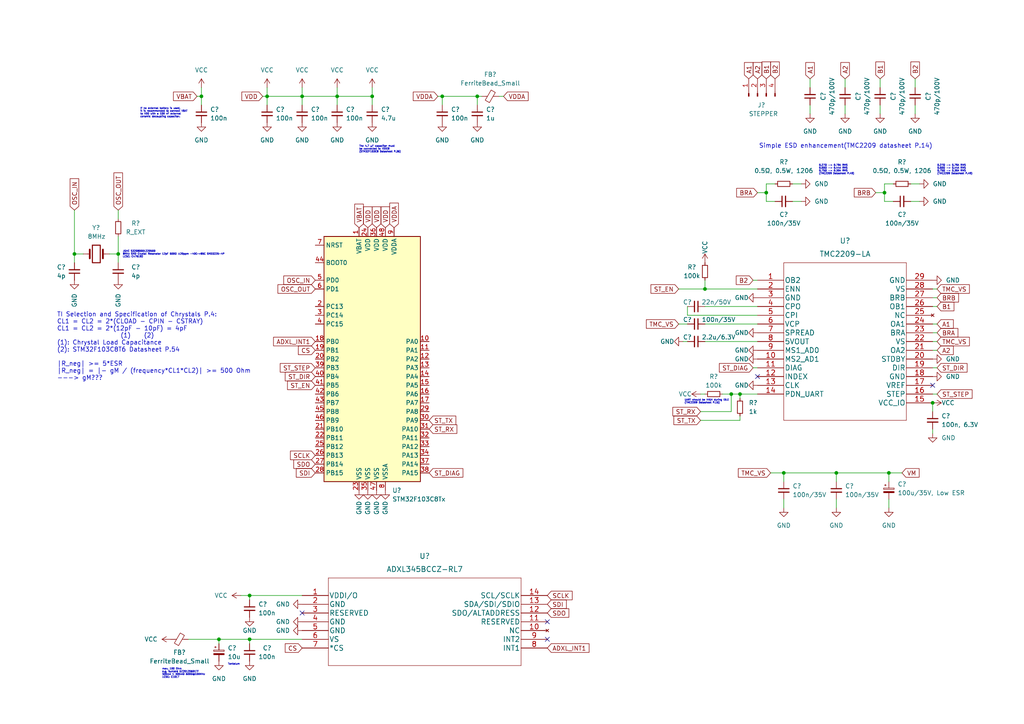
<source format=kicad_sch>
(kicad_sch (version 20211123) (generator eeschema)
  (paper "A4")
  (lib_symbols
    (symbol "ADXL345BCCZ-RL7:ADXL345BCCZ-RL7" (pin_names (offset 0.254))
      (property "Reference" "U" (at 35.56 10.16 0))
      (property "Value" "ADXL345BCCZ-RL7" (at 35.56 7.62 0))
      (symbol "ADXL345BCCZ-RL7_1_1"
        (polyline (pts (xy 7.62 -20.32) (xy 63.5 -20.32)) (stroke (width 0.127)))
        (polyline (pts (xy 7.62 5.08) (xy 7.62 -20.32)) (stroke (width 0.127)))
        (polyline (pts (xy 63.5 -20.32) (xy 63.5 5.08)) (stroke (width 0.127)))
        (polyline (pts (xy 63.5 5.08) (xy 7.62 5.08)) (stroke (width 0.127)))
        (pin power_in line (at 0 0 0) (length 7.62) (name "VDDI/O") (number "1"))
        (pin no_connect line (at 71.12 -10.16 180) (length 7.62) (name "NC") (number "10"))
        (pin unspecified line (at 71.12 -7.62 180) (length 7.62) (name "RESERVED") (number "11"))
        (pin unspecified line (at 71.12 -5.08 180) (length 7.62) (name "SDO/ALTADDRESS") (number "12"))
        (pin unspecified line (at 71.12 -2.54 180) (length 7.62) (name "SDA/SDI/SDIO") (number "13"))
        (pin unspecified line (at 71.12 0 180) (length 7.62) (name "SCL/SCLK") (number "14"))
        (pin power_in line (at 0 -2.54 0) (length 7.62) (name "GND") (number "2"))
        (pin unspecified line (at 0 -5.08 0) (length 7.62) (name "RESERVED") (number "3"))
        (pin power_in line (at 0 -7.62 0) (length 7.62) (name "GND") (number "4"))
        (pin power_in line (at 0 -10.16 0) (length 7.62) (name "GND") (number "5"))
        (pin unspecified line (at 0 -12.7 0) (length 7.62) (name "VS") (number "6"))
        (pin unspecified line (at 0 -15.24 0) (length 7.62) (name "*CS") (number "7"))
        (pin bidirectional line (at 71.12 -15.24 180) (length 7.62) (name "INT1") (number "8"))
        (pin bidirectional line (at 71.12 -12.7 180) (length 7.62) (name "INT2") (number "9"))
      )
    )
    (symbol "Connector:Conn_01x04_Male" (pin_names (offset 1.016) hide)
      (property "Reference" "J" (at 0 5.08 0))
      (property "Value" "Conn_01x04_Male" (at 0 -7.62 0))
      (symbol "Conn_01x04_Male_1_1"
        (polyline (pts (xy 1.27 -5.08) (xy 0.8636 -5.08)) (stroke (width 0.1524)))
        (polyline (pts (xy 1.27 -2.54) (xy 0.8636 -2.54)) (stroke (width 0.1524)))
        (polyline (pts (xy 1.27 0) (xy 0.8636 0)) (stroke (width 0.1524)))
        (polyline (pts (xy 1.27 2.54) (xy 0.8636 2.54)) (stroke (width 0.1524)))
        (rectangle (start 0.8636 -4.953) (end 0 -5.207) (stroke (width 0.1524)) (fill (type outline)))
        (rectangle (start 0.8636 -2.413) (end 0 -2.667) (stroke (width 0.1524)) (fill (type outline)))
        (rectangle (start 0.8636 0.127) (end 0 -0.127) (stroke (width 0.1524)) (fill (type outline)))
        (rectangle (start 0.8636 2.667) (end 0 2.413) (stroke (width 0.1524)) (fill (type outline)))
        (pin passive line (at 5.08 2.54 180) (length 3.81) (name "Pin_1") (number "1"))
        (pin passive line (at 5.08 0 180) (length 3.81) (name "Pin_2") (number "2"))
        (pin passive line (at 5.08 -2.54 180) (length 3.81) (name "Pin_3") (number "3"))
        (pin passive line (at 5.08 -5.08 180) (length 3.81) (name "Pin_4") (number "4"))
      )
    )
    (symbol "Device:C_Polarized_Small" (pin_numbers hide) (pin_names (offset 0.254) hide)
      (property "Reference" "C" (at 0.254 1.778 0))
      (property "Value" "C_Polarized_Small" (at 0.254 -2.032 0))
      (symbol "C_Polarized_Small_0_1"
        (rectangle (start -1.524 -0.3048) (end 1.524 -0.6858) (fill (type outline)))
        (rectangle (start -1.524 0.6858) (end 1.524 0.3048))
        (polyline (pts (xy -1.27 1.524) (xy -0.762 1.524)))
        (polyline (pts (xy -1.016 1.27) (xy -1.016 1.778)))
      )
      (symbol "C_Polarized_Small_1_1"
        (pin passive line (at 0 2.54 270) (length 1.8542) (name "~") (number "1"))
        (pin passive line (at 0 -2.54 90) (length 1.8542) (name "~") (number "2"))
      )
    )
    (symbol "Device:C_Small" (pin_numbers hide) (pin_names (offset 0.254) hide)
      (property "Reference" "C" (at 0.254 1.778 0))
      (property "Value" "C_Small" (at 0.254 -2.032 0))
      (symbol "C_Small_0_1"
        (polyline (pts (xy -1.524 -0.508) (xy 1.524 -0.508)) (stroke (width 0.3302)))
        (polyline (pts (xy -1.524 0.508) (xy 1.524 0.508)) (stroke (width 0.3048)))
      )
      (symbol "C_Small_1_1"
        (pin passive line (at 0 2.54 270) (length 2.032) (name "~") (number "1"))
        (pin passive line (at 0 -2.54 90) (length 2.032) (name "~") (number "2"))
      )
    )
    (symbol "Device:Crystal" (pin_numbers hide) (pin_names (offset 1.016) hide)
      (property "Reference" "Y" (at 0 3.81 0))
      (property "Value" "Crystal" (at 0 -3.81 0))
      (symbol "Crystal_0_1"
        (rectangle (start -1.143 2.54) (end 1.143 -2.54) (stroke (width 0.3048)))
        (polyline (pts (xy -2.54 0) (xy -1.905 0)))
        (polyline (pts (xy -1.905 -1.27) (xy -1.905 1.27)) (stroke (width 0.508)))
        (polyline (pts (xy 1.905 -1.27) (xy 1.905 1.27)) (stroke (width 0.508)))
        (polyline (pts (xy 2.54 0) (xy 1.905 0)))
      )
      (symbol "Crystal_1_1"
        (pin passive line (at -3.81 0 0) (length 1.27) (name "1") (number "1"))
        (pin passive line (at 3.81 0 180) (length 1.27) (name "2") (number "2"))
      )
    )
    (symbol "Device:FerriteBead_Small" (pin_numbers hide) (pin_names (offset 0))
      (property "Reference" "FB" (at 1.905 1.27 0))
      (property "Value" "FerriteBead_Small" (at 1.905 -1.27 0))
      (symbol "FerriteBead_Small_0_1"
        (polyline (pts (xy 0 -1.27) (xy 0 -0.7874)))
        (polyline (pts (xy 0 0.889) (xy 0 1.2954)))
        (polyline (pts (xy -1.8288 0.2794) (xy -1.1176 1.4986) (xy 1.8288 -0.2032) (xy 1.1176 -1.4224) (xy -1.8288 0.2794)))
      )
      (symbol "FerriteBead_Small_1_1"
        (pin passive line (at 0 2.54 270) (length 1.27) (name "~") (number "1"))
        (pin passive line (at 0 -2.54 90) (length 1.27) (name "~") (number "2"))
      )
    )
    (symbol "Device:R_Small" (pin_numbers hide) (pin_names (offset 0.254) hide)
      (property "Reference" "R" (at 0.762 0.508 0))
      (property "Value" "R_Small" (at 0.762 -1.016 0))
      (symbol "R_Small_0_1"
        (rectangle (start -0.762 1.778) (end 0.762 -1.778) (stroke (width 0.2032)))
      )
      (symbol "R_Small_1_1"
        (pin passive line (at 0 2.54 270) (length 0.762) (name "~") (number "1"))
        (pin passive line (at 0 -2.54 90) (length 0.762) (name "~") (number "2"))
      )
    )
    (symbol "MCU_ST_STM32F1:STM32F103C8Tx"
      (property "Reference" "U" (at -15.24 36.83 0))
      (property "Value" "STM32F103C8Tx" (at 7.62 36.83 0))
      (symbol "STM32F103C8Tx_0_1"
        (rectangle (start -15.24 -35.56) (end 12.7 35.56) (stroke (width 0.254)) (fill (type background)))
      )
      (symbol "STM32F103C8Tx_1_1"
        (pin power_in line (at -5.08 38.1 270) (length 2.54) (name "VBAT") (number "1"))
        (pin bidirectional line (at 15.24 5.08 180) (length 2.54) (name "PA0") (number "10"))
        (pin bidirectional line (at 15.24 2.54 180) (length 2.54) (name "PA1") (number "11"))
        (pin bidirectional line (at 15.24 0 180) (length 2.54) (name "PA2") (number "12"))
        (pin bidirectional line (at 15.24 -2.54 180) (length 2.54) (name "PA3") (number "13"))
        (pin bidirectional line (at 15.24 -5.08 180) (length 2.54) (name "PA4") (number "14"))
        (pin bidirectional line (at 15.24 -7.62 180) (length 2.54) (name "PA5") (number "15"))
        (pin bidirectional line (at 15.24 -10.16 180) (length 2.54) (name "PA6") (number "16"))
        (pin bidirectional line (at 15.24 -12.7 180) (length 2.54) (name "PA7") (number "17"))
        (pin bidirectional line (at -17.78 5.08 0) (length 2.54) (name "PB0") (number "18"))
        (pin bidirectional line (at -17.78 2.54 0) (length 2.54) (name "PB1") (number "19"))
        (pin bidirectional line (at -17.78 15.24 0) (length 2.54) (name "PC13") (number "2"))
        (pin bidirectional line (at -17.78 0 0) (length 2.54) (name "PB2") (number "20"))
        (pin bidirectional line (at -17.78 -20.32 0) (length 2.54) (name "PB10") (number "21"))
        (pin bidirectional line (at -17.78 -22.86 0) (length 2.54) (name "PB11") (number "22"))
        (pin power_in line (at -5.08 -38.1 90) (length 2.54) (name "VSS") (number "23"))
        (pin power_in line (at -2.54 38.1 270) (length 2.54) (name "VDD") (number "24"))
        (pin bidirectional line (at -17.78 -25.4 0) (length 2.54) (name "PB12") (number "25"))
        (pin bidirectional line (at -17.78 -27.94 0) (length 2.54) (name "PB13") (number "26"))
        (pin bidirectional line (at -17.78 -30.48 0) (length 2.54) (name "PB14") (number "27"))
        (pin bidirectional line (at -17.78 -33.02 0) (length 2.54) (name "PB15") (number "28"))
        (pin bidirectional line (at 15.24 -15.24 180) (length 2.54) (name "PA8") (number "29"))
        (pin bidirectional line (at -17.78 12.7 0) (length 2.54) (name "PC14") (number "3"))
        (pin bidirectional line (at 15.24 -17.78 180) (length 2.54) (name "PA9") (number "30"))
        (pin bidirectional line (at 15.24 -20.32 180) (length 2.54) (name "PA10") (number "31"))
        (pin bidirectional line (at 15.24 -22.86 180) (length 2.54) (name "PA11") (number "32"))
        (pin bidirectional line (at 15.24 -25.4 180) (length 2.54) (name "PA12") (number "33"))
        (pin bidirectional line (at 15.24 -27.94 180) (length 2.54) (name "PA13") (number "34"))
        (pin power_in line (at -2.54 -38.1 90) (length 2.54) (name "VSS") (number "35"))
        (pin power_in line (at 0 38.1 270) (length 2.54) (name "VDD") (number "36"))
        (pin bidirectional line (at 15.24 -30.48 180) (length 2.54) (name "PA14") (number "37"))
        (pin bidirectional line (at 15.24 -33.02 180) (length 2.54) (name "PA15") (number "38"))
        (pin bidirectional line (at -17.78 -2.54 0) (length 2.54) (name "PB3") (number "39"))
        (pin bidirectional line (at -17.78 10.16 0) (length 2.54) (name "PC15") (number "4"))
        (pin bidirectional line (at -17.78 -5.08 0) (length 2.54) (name "PB4") (number "40"))
        (pin bidirectional line (at -17.78 -7.62 0) (length 2.54) (name "PB5") (number "41"))
        (pin bidirectional line (at -17.78 -10.16 0) (length 2.54) (name "PB6") (number "42"))
        (pin bidirectional line (at -17.78 -12.7 0) (length 2.54) (name "PB7") (number "43"))
        (pin input line (at -17.78 27.94 0) (length 2.54) (name "BOOT0") (number "44"))
        (pin bidirectional line (at -17.78 -15.24 0) (length 2.54) (name "PB8") (number "45"))
        (pin bidirectional line (at -17.78 -17.78 0) (length 2.54) (name "PB9") (number "46"))
        (pin power_in line (at 0 -38.1 90) (length 2.54) (name "VSS") (number "47"))
        (pin power_in line (at 2.54 38.1 270) (length 2.54) (name "VDD") (number "48"))
        (pin input line (at -17.78 22.86 0) (length 2.54) (name "PD0") (number "5"))
        (pin input line (at -17.78 20.32 0) (length 2.54) (name "PD1") (number "6"))
        (pin input line (at -17.78 33.02 0) (length 2.54) (name "NRST") (number "7"))
        (pin power_in line (at 2.54 -38.1 90) (length 2.54) (name "VSSA") (number "8"))
        (pin power_in line (at 5.08 38.1 270) (length 2.54) (name "VDDA") (number "9"))
      )
    )
    (symbol "TMC2209-LA:TMC2209-LA" (pin_names (offset 0.254))
      (property "Reference" "U" (at 25.4 10.16 0))
      (property "Value" "TMC2209-LA" (at 25.4 7.62 0))
      (symbol "TMC2209-LA_1_1"
        (polyline (pts (xy 7.62 -40.64) (xy 43.18 -40.64)) (stroke (width 0.127)))
        (polyline (pts (xy 7.62 5.08) (xy 7.62 -40.64)) (stroke (width 0.127)))
        (polyline (pts (xy 43.18 -40.64) (xy 43.18 5.08)) (stroke (width 0.127)))
        (polyline (pts (xy 43.18 5.08) (xy 7.62 5.08)) (stroke (width 0.127)))
        (pin output line (at 0 0 0) (length 7.62) (name "OB2") (number "1"))
        (pin input line (at 0 -22.86 0) (length 7.62) (name "MS2_AD1") (number "10"))
        (pin output line (at 0 -25.4 0) (length 7.62) (name "DIAG") (number "11"))
        (pin output line (at 0 -27.94 0) (length 7.62) (name "INDEX") (number "12"))
        (pin input line (at 0 -30.48 0) (length 7.62) (name "CLK") (number "13"))
        (pin bidirectional line (at 0 -33.02 0) (length 7.62) (name "PDN_UART") (number "14"))
        (pin power_in line (at 50.8 -35.56 180) (length 7.62) (name "VCC_IO") (number "15"))
        (pin input line (at 50.8 -33.02 180) (length 7.62) (name "STEP") (number "16"))
        (pin unspecified line (at 50.8 -30.48 180) (length 7.62) (name "VREF") (number "17"))
        (pin input line (at 50.8 -27.94 180) (length 7.62) (name "GND") (number "18"))
        (pin input line (at 50.8 -25.4 180) (length 7.62) (name "DIR") (number "19"))
        (pin input line (at 0 -2.54 0) (length 7.62) (name "ENN") (number "2"))
        (pin power_in line (at 50.8 -22.86 180) (length 7.62) (name "STDBY") (number "20"))
        (pin output line (at 50.8 -20.32 180) (length 7.62) (name "OA2") (number "21"))
        (pin power_in line (at 50.8 -17.78 180) (length 7.62) (name "VS") (number "22"))
        (pin unspecified line (at 50.8 -15.24 180) (length 7.62) (name "BRA") (number "23"))
        (pin output line (at 50.8 -12.7 180) (length 7.62) (name "OA1") (number "24"))
        (pin no_connect line (at 50.8 -10.16 180) (length 7.62) (name "NC") (number "25"))
        (pin output line (at 50.8 -7.62 180) (length 7.62) (name "OB1") (number "26"))
        (pin unspecified line (at 50.8 -5.08 180) (length 7.62) (name "BRB") (number "27"))
        (pin power_in line (at 50.8 -2.54 180) (length 7.62) (name "VS") (number "28"))
        (pin power_in line (at 50.8 0 180) (length 7.62) (name "GND") (number "29"))
        (pin power_in line (at 0 -5.08 0) (length 7.62) (name "GND") (number "3"))
        (pin output line (at 0 -7.62 0) (length 7.62) (name "CPO") (number "4"))
        (pin input line (at 0 -10.16 0) (length 7.62) (name "CPI") (number "5"))
        (pin power_in line (at 0 -12.7 0) (length 7.62) (name "VCP") (number "6"))
        (pin input line (at 0 -15.24 0) (length 7.62) (name "SPREAD") (number "7"))
        (pin output line (at 0 -17.78 0) (length 7.62) (name "5VOUT") (number "8"))
        (pin input line (at 0 -20.32 0) (length 7.62) (name "MS1_AD0") (number "9"))
      )
    )
    (symbol "power:GND" (power) (pin_names (offset 0))
      (property "Value" "GND" (at 0 -3.81 0))
      (symbol "GND_0_1"
        (polyline (pts (xy 0 0) (xy 0 -1.27) (xy 1.27 -1.27) (xy 0 -2.54) (xy -1.27 -1.27) (xy 0 -1.27)))
      )
      (symbol "GND_1_1"
        (pin power_in line (at 0 0 270) (length 0) hide (name "GND") (number "1"))
      )
    )
    (symbol "power:VCC" (power) (pin_names (offset 0))
      (property "Value" "VCC" (at 0 3.81 0))
      (symbol "VCC_0_1"
        (polyline (pts (xy -0.762 1.27) (xy 0 2.54)))
        (polyline (pts (xy 0 0) (xy 0 2.54)))
        (polyline (pts (xy 0 2.54) (xy 0.762 1.27)))
      )
      (symbol "VCC_1_1"
        (pin power_in line (at 0 0 90) (length 0) hide (name "VCC") (number "1"))
      )
    )
  )
  (junction (at 63.5 185.42))
  (junction (at 222.25 55.88))
  (junction (at 58.42 27.94))
  (junction (at 77.47 27.94))
  (junction (at 138.43 27.94))
  (junction (at 257.81 137.16))
  (junction (at 242.57 137.16))
  (junction (at 72.39 172.72))
  (junction (at 128.27 27.94))
  (junction (at 107.95 27.94))
  (junction (at 270.51 116.84))
  (junction (at 21.59 73.66))
  (junction (at 204.47 83.82))
  (junction (at 87.63 27.94))
  (junction (at 214.63 114.3))
  (junction (at 72.39 185.42))
  (junction (at 212.09 114.3))
  (junction (at 34.29 73.66))
  (junction (at 256.54 55.88))
  (junction (at 97.79 27.94))
  (junction (at 227.33 137.16))
  (no_connect (at 87.63 177.8))
  (no_connect (at 158.75 180.34))
  (no_connect (at 158.75 185.42))
  (no_connect (at 219.71 109.22))
  (no_connect (at 270.51 111.76))
  (wire (pts (xy 242.57 139.7) (xy 242.57 137.16)))
  (wire (pts (xy 203.2 121.92) (xy 214.63 121.92)))
  (wire (pts (xy 222.25 53.34) (xy 224.79 53.34)))
  (wire (pts (xy 77.47 25.4) (xy 77.47 27.94)))
  (wire (pts (xy 199.39 88.9) (xy 199.39 91.44)))
  (wire (pts (xy 214.63 121.92) (xy 214.63 120.65)))
  (wire (pts (xy 72.39 185.42) (xy 87.63 185.42)))
  (wire (pts (xy 223.52 137.16) (xy 227.33 137.16)))
  (wire (pts (xy 214.63 114.3) (xy 214.63 115.57)))
  (wire (pts (xy 265.43 22.86) (xy 265.43 25.4)))
  (wire (pts (xy 107.95 27.94) (xy 107.95 30.48)))
  (wire (pts (xy 222.25 55.88) (xy 222.25 53.34)))
  (wire (pts (xy 256.54 58.42) (xy 259.08 58.42)))
  (wire (pts (xy 203.2 114.3) (xy 204.47 114.3)))
  (wire (pts (xy 196.85 93.98) (xy 199.39 93.98)))
  (wire (pts (xy 255.27 22.86) (xy 255.27 25.4)))
  (wire (pts (xy 255.27 30.48) (xy 255.27 33.02)))
  (wire (pts (xy 271.78 99.06) (xy 270.51 99.06)))
  (wire (pts (xy 257.81 137.16) (xy 242.57 137.16)))
  (wire (pts (xy 21.59 73.66) (xy 24.13 73.66)))
  (wire (pts (xy 87.63 27.94) (xy 87.63 30.48)))
  (wire (pts (xy 97.79 27.94) (xy 97.79 30.48)))
  (wire (pts (xy 57.15 27.94) (xy 58.42 27.94)))
  (wire (pts (xy 199.39 91.44) (xy 219.71 91.44)))
  (wire (pts (xy 245.11 30.48) (xy 245.11 33.02)))
  (wire (pts (xy 87.63 25.4) (xy 87.63 27.94)))
  (wire (pts (xy 204.47 88.9) (xy 219.71 88.9)))
  (wire (pts (xy 218.44 81.28) (xy 219.71 81.28)))
  (wire (pts (xy 270.51 116.84) (xy 270.51 119.38)))
  (wire (pts (xy 69.85 172.72) (xy 72.39 172.72)))
  (wire (pts (xy 257.81 144.78) (xy 257.81 147.32)))
  (wire (pts (xy 264.16 53.34) (xy 266.7 53.34)))
  (wire (pts (xy 271.78 86.36) (xy 270.51 86.36)))
  (wire (pts (xy 128.27 30.48) (xy 128.27 27.94)))
  (wire (pts (xy 271.78 96.52) (xy 270.51 96.52)))
  (wire (pts (xy 204.47 99.06) (xy 219.71 99.06)))
  (wire (pts (xy 107.95 25.4) (xy 107.95 27.94)))
  (wire (pts (xy 271.78 93.98) (xy 270.51 93.98)))
  (wire (pts (xy 97.79 27.94) (xy 107.95 27.94)))
  (wire (pts (xy 77.47 27.94) (xy 77.47 30.48)))
  (wire (pts (xy 229.87 58.42) (xy 232.41 58.42)))
  (wire (pts (xy 271.78 114.3) (xy 270.51 114.3)))
  (wire (pts (xy 63.5 185.42) (xy 72.39 185.42)))
  (wire (pts (xy 21.59 73.66) (xy 21.59 60.96)))
  (wire (pts (xy 21.59 76.2) (xy 21.59 73.66)))
  (wire (pts (xy 245.11 22.86) (xy 245.11 25.4)))
  (wire (pts (xy 72.39 172.72) (xy 87.63 172.72)))
  (wire (pts (xy 242.57 144.78) (xy 242.57 147.32)))
  (wire (pts (xy 204.47 93.98) (xy 219.71 93.98)))
  (wire (pts (xy 72.39 185.42) (xy 72.39 186.69)))
  (wire (pts (xy 34.29 73.66) (xy 31.75 73.66)))
  (wire (pts (xy 227.33 137.16) (xy 227.33 139.7)))
  (wire (pts (xy 138.43 27.94) (xy 139.7 27.94)))
  (wire (pts (xy 254 55.88) (xy 256.54 55.88)))
  (wire (pts (xy 58.42 27.94) (xy 58.42 30.48)))
  (wire (pts (xy 196.85 83.82) (xy 204.47 83.82)))
  (wire (pts (xy 271.78 88.9) (xy 270.51 88.9)))
  (wire (pts (xy 271.78 106.68) (xy 270.51 106.68)))
  (wire (pts (xy 229.87 53.34) (xy 232.41 53.34)))
  (wire (pts (xy 256.54 55.88) (xy 256.54 53.34)))
  (wire (pts (xy 219.71 55.88) (xy 222.25 55.88)))
  (wire (pts (xy 257.81 137.16) (xy 261.62 137.16)))
  (wire (pts (xy 234.95 30.48) (xy 234.95 33.02)))
  (wire (pts (xy 54.61 185.42) (xy 63.5 185.42)))
  (wire (pts (xy 265.43 30.48) (xy 265.43 33.02)))
  (wire (pts (xy 227.33 144.78) (xy 227.33 147.32)))
  (wire (pts (xy 222.25 55.88) (xy 222.25 58.42)))
  (wire (pts (xy 144.78 27.94) (xy 146.05 27.94)))
  (wire (pts (xy 271.78 101.6) (xy 270.51 101.6)))
  (wire (pts (xy 58.42 25.4) (xy 58.42 27.94)))
  (wire (pts (xy 204.47 81.28) (xy 204.47 83.82)))
  (wire (pts (xy 203.2 119.38) (xy 212.09 119.38)))
  (wire (pts (xy 242.57 137.16) (xy 227.33 137.16)))
  (wire (pts (xy 257.81 139.7) (xy 257.81 137.16)))
  (wire (pts (xy 212.09 119.38) (xy 212.09 114.3)))
  (wire (pts (xy 34.29 63.5) (xy 34.29 60.96)))
  (wire (pts (xy 256.54 55.88) (xy 256.54 58.42)))
  (wire (pts (xy 270.51 124.46) (xy 270.51 125.73)))
  (wire (pts (xy 222.25 58.42) (xy 224.79 58.42)))
  (wire (pts (xy 87.63 27.94) (xy 97.79 27.94)))
  (wire (pts (xy 264.16 58.42) (xy 266.7 58.42)))
  (wire (pts (xy 128.27 27.94) (xy 138.43 27.94)))
  (wire (pts (xy 76.2 27.94) (xy 77.47 27.94)))
  (wire (pts (xy 63.5 186.69) (xy 63.5 185.42)))
  (wire (pts (xy 34.29 76.2) (xy 34.29 73.66)))
  (wire (pts (xy 97.79 25.4) (xy 97.79 27.94)))
  (wire (pts (xy 72.39 172.72) (xy 72.39 173.99)))
  (wire (pts (xy 127 27.94) (xy 128.27 27.94)))
  (wire (pts (xy 34.29 73.66) (xy 34.29 68.58)))
  (wire (pts (xy 138.43 27.94) (xy 138.43 30.48)))
  (wire (pts (xy 214.63 114.3) (xy 219.71 114.3)))
  (wire (pts (xy 204.47 83.82) (xy 219.71 83.82)))
  (wire (pts (xy 212.09 114.3) (xy 214.63 114.3)))
  (wire (pts (xy 256.54 53.34) (xy 259.08 53.34)))
  (wire (pts (xy 209.55 114.3) (xy 212.09 114.3)))
  (wire (pts (xy 234.95 22.86) (xy 234.95 25.4)))
  (wire (pts (xy 270.51 83.82) (xy 271.78 83.82)))
  (wire (pts (xy 77.47 27.94) (xy 87.63 27.94)))
  (wire (pts (xy 218.44 106.68) (xy 219.71 106.68)))
  (wire (pts (xy 198.12 99.06) (xy 199.39 99.06)))
  (text "UART should be HIGH during IDLE \n(TMC2209 Datasheet P.16)" (at 198.4964 117.2625 0) (effects (font (size 0.5 0.5)) (justify left bottom)))
  (text "0.27Ω -> 0.79A RMS\n0.50Ω -> 0.44A RMS \n0.75Ω -> 0.30A RMS\n(TMC2209 Datasheet P.49)" (at 237.49 50.8 0) (effects (font (size 0.5 0.5)) (justify left bottom)))
  (text "If no external battery is used, \nit is recommended to connect VBAT \nto VDD with a 100 nF external \nceramic decoupling capacitor." (at 40.64 34.29 0) (effects (font (size 0.5 0.5)) (justify left bottom)))
  (text "The 4.7 µF capacitor must\nbe connected to VDD3!\n(STM32F103C8 Datasheet P.36)" (at 104.14 44.45 0) (effects (font (size 0.5 0.5)) (justify left bottom)))
  (text "Tantalum" (at 66.04 193.04 0) (effects (font (size 0.5 0.5)) (justify left bottom)))
  (text "max. 100 Ohm\ne.g. Sunlord GZ2012D601TF\n500mA 1 300mΩ 600Ω@100MHz\nLCSC: C1017" (at 46.99 196.85 0) (effects (font (size 0.5 0.5)) (justify left bottom)))
  (text "TI Selection and Specification of Chrystals P.4:\nCL1 = CL2 = 2*(CLOAD - CPIN - CSTRAY)\nCL1 = CL2 = 2*(12pF - 10pF) = 4pF\n                   (1)    (2)\n(1): Chrystal Load Capacitance\n(2): STM32F103C8T6 Datasheet P.54\n\n|R_neg| >= 5*ESR\n|R_neg| = |- gM / (frequency*CL1*CL2)| >= 500 Ohm\n---> gM???\n" (at 16.51 110.49 0) (effects (font (size 1.27 1.27)) (justify left bottom)))
  (text "0.27Ω -> 0.79A RMS\n0.50Ω -> 0.44A RMS \n0.75Ω -> 0.30A RMS\n(TMC2209 Datasheet P.49)" (at 271.78 50.8 0) (effects (font (size 0.5 0.5)) (justify left bottom)))
  (text "JGHC S32080001220500\n8MHz SMD Crystal Resonator 12pF 500Ω ±20ppm -40C~+85C SMD3225-4P\nLCSC: C479192" (at 35.56 74.93 0) (effects (font (size 0.5 0.5)) (justify left bottom)))
  (text "Simple ESD enhancement(TMC2209 datasheet P.14)" (at 270.51 43.18 180) (effects (font (size 1.27 1.27)) (justify right bottom)))
  (global_label "ST_EN" (shape input) (at 196.85 83.82 180) (property "Intersheet References" "${INTERSHEET_REFS}" (effects hide)))
  (global_label "VBAT" (shape input) (at 104.14 66.04 90) (property "Intersheet References" "${INTERSHEET_REFS}" (effects hide)))
  (global_label "VDD" (shape input) (at 111.76 66.04 90) (property "Intersheet References" "${INTERSHEET_REFS}" (effects hide)))
  (global_label "B2" (shape input) (at 224.79 22.86 90) (property "Intersheet References" "${INTERSHEET_REFS}" (effects hide)))
  (global_label "VDD" (shape input) (at 106.68 66.04 90) (property "Intersheet References" "${INTERSHEET_REFS}" (effects hide)))
  (global_label "ST_RX" (shape input) (at 203.2 119.38 180) (property "Intersheet References" "${INTERSHEET_REFS}" (effects hide)))
  (global_label "ST_TX" (shape input) (at 124.46 121.92 0) (property "Intersheet References" "${INTERSHEET_REFS}" (effects hide)))
  (global_label "OSC_IN" (shape input) (at 91.44 81.28 180) (property "Intersheet References" "${INTERSHEET_REFS}" (effects hide)))
  (global_label "A1" (shape input) (at 271.78 93.98 0) (property "Intersheet References" "${INTERSHEET_REFS}" (effects hide)))
  (global_label "B2" (shape input) (at 218.44 81.28 180) (property "Intersheet References" "${INTERSHEET_REFS}" (effects hide)))
  (global_label "VDD" (shape input) (at 76.2 27.94 180) (property "Intersheet References" "${INTERSHEET_REFS}" (effects hide)))
  (global_label "VM" (shape input) (at 261.62 137.16 0) (property "Intersheet References" "${INTERSHEET_REFS}" (effects hide)))
  (global_label "ST_STEP" (shape input) (at 91.44 106.68 180) (property "Intersheet References" "${INTERSHEET_REFS}" (effects hide)))
  (global_label "B1" (shape input) (at 271.78 88.9 0) (property "Intersheet References" "${INTERSHEET_REFS}" (effects hide)))
  (global_label "VDD" (shape input) (at 109.22 66.04 90) (property "Intersheet References" "${INTERSHEET_REFS}" (effects hide)))
  (global_label "B2" (shape input) (at 265.43 22.86 90) (property "Intersheet References" "${INTERSHEET_REFS}" (effects hide)))
  (global_label "ST_TX" (shape input) (at 203.2 121.92 180) (property "Intersheet References" "${INTERSHEET_REFS}" (effects hide)))
  (global_label "SDI" (shape input) (at 158.75 175.26 0) (property "Intersheet References" "${INTERSHEET_REFS}" (effects hide)))
  (global_label "ADXL_INT1" (shape input) (at 91.44 99.06 180) (property "Intersheet References" "${INTERSHEET_REFS}" (effects hide)))
  (global_label "CS" (shape input) (at 87.63 187.96 180) (property "Intersheet References" "${INTERSHEET_REFS}" (effects hide)))
  (global_label "SDO" (shape input) (at 158.75 177.8 0) (property "Intersheet References" "${INTERSHEET_REFS}" (effects hide)))
  (global_label "ST_DIAG" (shape input) (at 124.46 137.16 0) (property "Intersheet References" "${INTERSHEET_REFS}" (effects hide)))
  (global_label "BRB" (shape input) (at 271.78 86.36 0) (property "Intersheet References" "${INTERSHEET_REFS}" (effects hide)))
  (global_label "SDO" (shape input) (at 91.44 134.62 180) (property "Intersheet References" "${INTERSHEET_REFS}" (effects hide)))
  (global_label "ST_RX" (shape input) (at 124.46 124.46 0) (property "Intersheet References" "${INTERSHEET_REFS}" (effects hide)))
  (global_label "TMC_VS" (shape input) (at 271.78 99.06 0) (property "Intersheet References" "${INTERSHEET_REFS}" (effects hide)))
  (global_label "B1" (shape input) (at 222.25 22.86 90) (property "Intersheet References" "${INTERSHEET_REFS}" (effects hide)))
  (global_label "A1" (shape input) (at 217.17 22.86 90) (property "Intersheet References" "${INTERSHEET_REFS}" (effects hide)))
  (global_label "ST_DIAG" (shape input) (at 218.44 106.68 180) (property "Intersheet References" "${INTERSHEET_REFS}" (effects hide)))
  (global_label "VDDA" (shape input) (at 127 27.94 180) (property "Intersheet References" "${INTERSHEET_REFS}" (effects hide)))
  (global_label "TMC_VS" (shape input) (at 271.78 83.82 0) (property "Intersheet References" "${INTERSHEET_REFS}" (effects hide)))
  (global_label "CS" (shape input) (at 91.44 101.6 180) (property "Intersheet References" "${INTERSHEET_REFS}" (effects hide)))
  (global_label "OSC_OUT" (shape input) (at 91.44 83.82 180) (property "Intersheet References" "${INTERSHEET_REFS}" (effects hide)))
  (global_label "ADXL_INT1" (shape input) (at 158.75 187.96 0) (property "Intersheet References" "${INTERSHEET_REFS}" (effects hide)))
  (global_label "ST_DIR" (shape input) (at 271.78 106.68 0) (property "Intersheet References" "${INTERSHEET_REFS}" (effects hide)))
  (global_label "A2" (shape input) (at 245.11 22.86 90) (property "Intersheet References" "${INTERSHEET_REFS}" (effects hide)))
  (global_label "VDDA" (shape input) (at 146.05 27.94 0) (property "Intersheet References" "${INTERSHEET_REFS}" (effects hide)))
  (global_label "SDI" (shape input) (at 91.44 137.16 180) (property "Intersheet References" "${INTERSHEET_REFS}" (effects hide)))
  (global_label "TMC_VS" (shape input) (at 223.52 137.16 180) (property "Intersheet References" "${INTERSHEET_REFS}" (effects hide)))
  (global_label "A2" (shape input) (at 271.78 101.6 0) (property "Intersheet References" "${INTERSHEET_REFS}" (effects hide)))
  (global_label "VDDA" (shape input) (at 114.3 66.04 90) (property "Intersheet References" "${INTERSHEET_REFS}" (effects hide)))
  (global_label "ST_DIR" (shape input) (at 91.44 109.22 180) (property "Intersheet References" "${INTERSHEET_REFS}" (effects hide)))
  (global_label "VBAT" (shape input) (at 57.15 27.94 180) (property "Intersheet References" "${INTERSHEET_REFS}" (effects hide)))
  (global_label "ST_EN" (shape input) (at 91.44 111.76 180) (property "Intersheet References" "${INTERSHEET_REFS}" (effects hide)))
  (global_label "SCLK" (shape input) (at 91.44 132.08 180) (property "Intersheet References" "${INTERSHEET_REFS}" (effects hide)))
  (global_label "B1" (shape input) (at 255.27 22.86 90) (property "Intersheet References" "${INTERSHEET_REFS}" (effects hide)))
  (global_label "OSC_IN" (shape input) (at 21.59 60.96 90) (property "Intersheet References" "${INTERSHEET_REFS}" (effects hide)))
  (global_label "BRA" (shape input) (at 271.78 96.52 0) (property "Intersheet References" "${INTERSHEET_REFS}" (effects hide)))
  (global_label "SCLK" (shape input) (at 158.75 172.72 0) (property "Intersheet References" "${INTERSHEET_REFS}" (effects hide)))
  (global_label "TMC_VS" (shape input) (at 196.85 93.98 180) (property "Intersheet References" "${INTERSHEET_REFS}" (effects hide)))
  (global_label "OSC_OUT" (shape input) (at 34.29 60.96 90) (property "Intersheet References" "${INTERSHEET_REFS}" (effects hide)))
  (global_label "A2" (shape input) (at 219.71 22.86 90) (property "Intersheet References" "${INTERSHEET_REFS}" (effects hide)))
  (global_label "BRA" (shape input) (at 219.71 55.88 180) (property "Intersheet References" "${INTERSHEET_REFS}" (effects hide)))
  (global_label "BRB" (shape input) (at 254 55.88 180) (property "Intersheet References" "${INTERSHEET_REFS}" (effects hide)))
  (global_label "ST_STEP" (shape input) (at 271.78 114.3 0) (property "Intersheet References" "${INTERSHEET_REFS}" (effects hide)))
  (global_label "A1" (shape input) (at 234.95 22.86 90) (property "Intersheet References" "${INTERSHEET_REFS}" (effects hide)))
  (symbol (lib_id "ADXL345BCCZ-RL7:ADXL345BCCZ-RL7") (at 87.63 172.72 0) (unit 1)
    (property "Reference" "U?" (at 123.19 161.29 0) (effects (font (size 1.524 1.524))))
    (property "Value" "ADXL345BCCZ-RL7" (at 123.19 165.1 0) (effects (font (size 1.524 1.524))))
    (property "Footprint" "LGA_CC-14-1_ADI" (effects hide))
  )
  (symbol (lib_id "power:GND") (at 128.27 35.56 0) (unit 1)
    (property "Reference" "#PWR?" (effects hide))
    (property "Value" "GND" (at 128.27 40.64 0))
  )
  (symbol (lib_id "power:GND") (at 270.51 104.14 90) (unit 1)
    (property "Reference" "#PWR?" (effects hide))
    (property "Value" "GND" (at 274.32 104.1399 90) (effects (justify right)))
  )
  (symbol (lib_id "Device:C_Small") (at 270.51 121.92 0) (unit 1)
    (property "Reference" "C?" (at 273.05 120.6562 0) (effects (justify left)))
    (property "Value" "100n, 6.3V" (at 273.05 123.1962 0) (effects (justify left)))
  )
  (symbol (lib_id "Device:R_Small") (at 214.63 118.11 180) (unit 1)
    (property "Reference" "R?" (at 217.17 116.8399 0) (effects (justify right)))
    (property "Value" "1k" (at 217.17 119.3799 0) (effects (justify right)))
  )
  (symbol (lib_id "power:GND") (at 219.71 104.14 270) (unit 1)
    (property "Reference" "#PWR?" (effects hide))
    (property "Value" "GND" (at 217.17 104.14 90) (effects (justify right)))
  )
  (symbol (lib_id "Device:C_Small") (at 201.93 93.98 270) (unit 1)
    (property "Reference" "C?" (at 200.66 92.71 90) (effects (justify right)))
    (property "Value" "100n/35V" (at 213.36 92.71 90) (effects (justify right)))
  )
  (symbol (lib_id "power:GND") (at 107.95 35.56 0) (unit 1)
    (property "Reference" "#PWR?" (effects hide))
    (property "Value" "GND" (at 107.95 40.64 0))
  )
  (symbol (lib_id "power:GND") (at 219.71 111.76 270) (unit 1)
    (property "Reference" "#PWR?" (effects hide))
    (property "Value" "GND" (at 217.17 111.76 90) (effects (justify right)))
  )
  (symbol (lib_id "power:GND") (at 257.81 147.32 0) (unit 1)
    (property "Reference" "#PWR?" (effects hide))
    (property "Value" "GND" (at 257.81 152.4 0))
  )
  (symbol (lib_id "power:GND") (at 87.63 180.34 270) (unit 1)
    (property "Reference" "#PWR?" (effects hide))
    (property "Value" "GND" (at 80.01 180.34 90) (effects (justify left)))
  )
  (symbol (lib_id "Connector:Conn_01x04_Male") (at 219.71 27.94 90) (unit 1)
    (property "Reference" "J?" (at 219.71 30.48 90) (effects (justify right)))
    (property "Value" "STEPPER" (at 217.17 33.02 90) (effects (justify right)))
  )
  (symbol (lib_id "Device:C_Small") (at 72.39 189.23 0) (unit 1)
    (property "Reference" "C?" (at 76.2 187.96 0) (effects (justify left)))
    (property "Value" "100n" (at 74.93 190.5 0) (effects (justify left)))
  )
  (symbol (lib_id "Device:C_Small") (at 21.59 78.74 180) (unit 1)
    (property "Reference" "C?" (at 17.78 77.47 0))
    (property "Value" "4p" (at 17.78 80.01 0))
  )
  (symbol (lib_id "power:GND") (at 265.43 33.02 0) (unit 1)
    (property "Reference" "#PWR?" (effects hide))
    (property "Value" "GND" (at 265.43 38.1 0))
  )
  (symbol (lib_id "Device:C_Small") (at 107.95 33.02 0) (unit 1)
    (property "Reference" "C?" (at 110.49 31.7562 0) (effects (justify left)))
    (property "Value" "4.7u" (at 110.49 34.2962 0) (effects (justify left)))
  )
  (symbol (lib_id "power:GND") (at 87.63 35.56 0) (unit 1)
    (property "Reference" "#PWR?" (effects hide))
    (property "Value" "GND" (at 87.63 40.64 0))
  )
  (symbol (lib_id "power:GND") (at 109.22 142.24 0) (unit 1)
    (property "Reference" "#PWR?" (effects hide))
    (property "Value" "GND" (at 109.22 147.32 90))
  )
  (symbol (lib_id "Device:C_Small") (at 245.11 27.94 180) (unit 1)
    (property "Reference" "C?" (at 248.92 27.94 90))
    (property "Value" "470p/100V" (at 251.46 27.94 90))
  )
  (symbol (lib_id "Device:C_Small") (at 265.43 27.94 180) (unit 1)
    (property "Reference" "C?" (at 269.24 27.94 90))
    (property "Value" "470p/100V" (at 271.78 27.94 90))
  )
  (symbol (lib_id "Device:R_Small") (at 34.29 66.04 0) (unit 1)
    (property "Reference" "R?" (at 39.37 64.77 0))
    (property "Value" "R_EXT" (at 39.37 67.31 0))
  )
  (symbol (lib_id "power:GND") (at 72.39 191.77 0) (unit 1)
    (property "Reference" "#PWR?" (effects hide))
    (property "Value" "GND" (at 72.39 196.85 0))
  )
  (symbol (lib_id "Device:C_Small") (at 201.93 88.9 270) (unit 1)
    (property "Reference" "C?" (at 200.66 87.63 90) (effects (justify right)))
    (property "Value" "22n/50V" (at 212.09 87.63 90) (effects (justify right)))
  )
  (symbol (lib_id "Device:R_Small") (at 261.62 53.34 270) (unit 1)
    (property "Reference" "R?" (at 261.62 46.99 90))
    (property "Value" "0.5Ω, 0.5W, 1206" (at 261.62 49.53 90))
  )
  (symbol (lib_id "power:VCC") (at 204.47 76.2 0) (unit 1)
    (property "Reference" "#PWR?" (effects hide))
    (property "Value" "VCC" (at 204.47 73.66 90) (effects (justify left)))
  )
  (symbol (lib_id "Device:C_Small") (at 255.27 27.94 180) (unit 1)
    (property "Reference" "C?" (at 259.08 27.94 90))
    (property "Value" "470p/100V" (at 261.62 27.94 90))
  )
  (symbol (lib_id "power:VCC") (at 58.42 25.4 0) (unit 1)
    (property "Reference" "#PWR?" (effects hide))
    (property "Value" "VCC" (at 58.42 20.32 0))
  )
  (symbol (lib_id "power:GND") (at 21.59 81.28 0) (unit 1)
    (property "Reference" "#PWR?" (effects hide))
    (property "Value" "GND" (at 21.5899 85.09 90) (effects (justify right)))
  )
  (symbol (lib_id "power:GND") (at 97.79 35.56 0) (unit 1)
    (property "Reference" "#PWR?" (effects hide))
    (property "Value" "GND" (at 97.79 40.64 0))
  )
  (symbol (lib_id "Device:C_Small") (at 234.95 27.94 180) (unit 1)
    (property "Reference" "C?" (at 238.76 27.94 90))
    (property "Value" "470p/100V" (at 241.3 27.94 90))
  )
  (symbol (lib_id "Device:C_Polarized_Small") (at 257.81 142.24 0) (unit 1)
    (property "Reference" "C?" (at 260.35 140.4238 0) (effects (justify left)))
    (property "Value" "100u/35V, Low ESR" (at 260.35 142.9638 0) (effects (justify left)))
  )
  (symbol (lib_id "Device:C_Small") (at 242.57 142.24 0) (unit 1)
    (property "Reference" "C?" (at 245.11 140.9762 0) (effects (justify left)))
    (property "Value" "100n/35V" (at 245.11 143.5162 0) (effects (justify left)))
  )
  (symbol (lib_id "power:GND") (at 266.7 53.34 90) (unit 1)
    (property "Reference" "#PWR?" (effects hide))
    (property "Value" "GND" (at 270.51 53.3399 90) (effects (justify right)))
  )
  (symbol (lib_id "Device:C_Small") (at 201.93 99.06 270) (unit 1)
    (property "Reference" "C?" (at 200.66 97.79 90) (effects (justify right)))
    (property "Value" "2.2u/6.3V" (at 213.36 97.79 90) (effects (justify right)))
  )
  (symbol (lib_id "power:VCC") (at 77.47 25.4 0) (unit 1)
    (property "Reference" "#PWR?" (effects hide))
    (property "Value" "VCC" (at 77.47 20.32 0))
  )
  (symbol (lib_id "power:GND") (at 234.95 33.02 0) (unit 1)
    (property "Reference" "#PWR?" (effects hide))
    (property "Value" "GND" (at 234.95 38.1 0))
  )
  (symbol (lib_id "power:VCC") (at 97.79 25.4 0) (unit 1)
    (property "Reference" "#PWR?" (effects hide))
    (property "Value" "VCC" (at 97.79 20.32 0))
  )
  (symbol (lib_id "power:VCC") (at 69.85 172.72 90) (unit 1)
    (property "Reference" "#PWR?" (effects hide))
    (property "Value" "VCC" (at 66.04 172.7199 90) (effects (justify left)))
  )
  (symbol (lib_id "power:VCC") (at 270.51 116.84 270) (unit 1)
    (property "Reference" "#PWR?" (effects hide))
    (property "Value" "VCC" (at 273.05 116.84 90) (effects (justify left)))
  )
  (symbol (lib_id "power:GND") (at 219.71 101.6 270) (unit 1)
    (property "Reference" "#PWR?" (effects hide))
    (property "Value" "GND" (at 217.17 101.6 90) (effects (justify right)))
  )
  (symbol (lib_id "power:GND") (at 58.42 35.56 0) (unit 1)
    (property "Reference" "#PWR?" (effects hide))
    (property "Value" "GND" (at 58.42 40.64 0))
  )
  (symbol (lib_id "power:GND") (at 227.33 147.32 0) (unit 1)
    (property "Reference" "#PWR?" (effects hide))
    (property "Value" "GND" (at 227.33 152.4 0))
  )
  (symbol (lib_id "Device:R_Small") (at 227.33 53.34 270) (unit 1)
    (property "Reference" "R?" (at 227.33 46.99 90))
    (property "Value" "0.5Ω, 0.5W, 1206" (at 227.33 49.53 90))
  )
  (symbol (lib_id "power:GND") (at 270.51 125.73 0) (unit 1)
    (property "Reference" "#PWR?" (effects hide))
    (property "Value" "GND" (at 273.05 126.9999 0) (effects (justify left)))
  )
  (symbol (lib_id "power:GND") (at 219.71 96.52 270) (unit 1)
    (property "Reference" "#PWR?" (effects hide))
    (property "Value" "GND" (at 217.17 96.52 90) (effects (justify right)))
  )
  (symbol (lib_id "power:GND") (at 34.29 81.28 0) (unit 1)
    (property "Reference" "#PWR?" (effects hide))
    (property "Value" "GND" (at 34.2899 85.09 90) (effects (justify right)))
  )
  (symbol (lib_id "power:GND") (at 77.47 35.56 0) (unit 1)
    (property "Reference" "#PWR?" (effects hide))
    (property "Value" "GND" (at 77.47 40.64 0))
  )
  (symbol (lib_id "MCU_ST_STM32F1:STM32F103C8Tx") (at 109.22 104.14 0) (unit 1)
    (property "Reference" "U?" (at 113.7794 142.24 0) (effects (justify left)))
    (property "Value" "STM32F103C8Tx" (at 113.7794 144.78 0) (effects (justify left)))
    (property "Footprint" "Package_QFP:LQFP-48_7x7mm_P0.5mm" (effects hide))
    (property "Datasheet" "http://www.st.com/st-web-ui/static/active/en/resource/technical/document/datasheet/CD00161566.pdf" (effects hide))
  )
  (symbol (lib_id "Device:Crystal") (at 27.94 73.66 180) (unit 1)
    (property "Reference" "Y?" (at 26.67 66.04 0) (effects (justify right)))
    (property "Value" "8MHz" (at 25.4 68.58 0) (effects (justify right)))
  )
  (symbol (lib_id "power:GND") (at 111.76 142.24 0) (unit 1)
    (property "Reference" "#PWR?" (effects hide))
    (property "Value" "GND" (at 111.76 147.32 90))
  )
  (symbol (lib_id "Device:C_Small") (at 138.43 33.02 0) (unit 1)
    (property "Reference" "C?" (at 140.97 31.7562 0) (effects (justify left)))
    (property "Value" "1u" (at 140.97 34.2962 0) (effects (justify left)))
  )
  (symbol (lib_id "power:GND") (at 242.57 147.32 0) (unit 1)
    (property "Reference" "#PWR?" (effects hide))
    (property "Value" "GND" (at 242.57 152.4 0))
  )
  (symbol (lib_id "power:GND") (at 63.5 191.77 0) (unit 1)
    (property "Reference" "#PWR?" (effects hide))
    (property "Value" "GND" (at 63.5 196.85 0))
  )
  (symbol (lib_id "power:GND") (at 266.7 58.42 90) (unit 1)
    (property "Reference" "#PWR?" (effects hide))
    (property "Value" "GND" (at 270.51 58.4199 90) (effects (justify right)))
  )
  (symbol (lib_id "Device:C_Small") (at 261.62 58.42 90) (unit 1)
    (property "Reference" "C?" (at 261.62 62.23 90))
    (property "Value" "100n/35V" (at 261.62 64.77 90))
  )
  (symbol (lib_id "Device:C_Small") (at 77.47 33.02 0) (unit 1)
    (property "Reference" "C?" (at 80.01 31.7562 0) (effects (justify left)))
    (property "Value" "100n" (at 80.01 34.2962 0) (effects (justify left)))
  )
  (symbol (lib_id "power:VCC") (at 107.95 25.4 0) (unit 1)
    (property "Reference" "#PWR?" (effects hide))
    (property "Value" "VCC" (at 107.95 20.32 0))
  )
  (symbol (lib_id "power:GND") (at 87.63 182.88 270) (unit 1)
    (property "Reference" "#PWR?" (effects hide))
    (property "Value" "GND" (at 80.01 182.88 90) (effects (justify left)))
  )
  (symbol (lib_id "power:GND") (at 255.27 33.02 0) (unit 1)
    (property "Reference" "#PWR?" (effects hide))
    (property "Value" "GND" (at 255.27 38.1 0))
  )
  (symbol (lib_id "Device:C_Small") (at 72.39 176.53 0) (unit 1)
    (property "Reference" "C?" (at 74.93 175.26 0) (effects (justify left)))
    (property "Value" "100n" (at 74.93 177.8 0) (effects (justify left)))
  )
  (symbol (lib_id "power:GND") (at 72.39 179.07 0) (unit 1)
    (property "Reference" "#PWR?" (effects hide))
    (property "Value" "GND" (at 72.39 182.88 0))
  )
  (symbol (lib_id "Device:C_Small") (at 97.79 33.02 0) (unit 1)
    (property "Reference" "C?" (at 100.33 31.7562 0) (effects (justify left)))
    (property "Value" "100n" (at 100.33 34.2962 0) (effects (justify left)))
  )
  (symbol (lib_id "power:GND") (at 270.51 81.28 90) (unit 1)
    (property "Reference" "#PWR?" (effects hide))
    (property "Value" "GND" (at 274.32 81.2799 90) (effects (justify right)))
  )
  (symbol (lib_id "power:GND") (at 87.63 175.26 270) (unit 1)
    (property "Reference" "#PWR?" (effects hide))
    (property "Value" "GND" (at 80.01 175.26 90) (effects (justify left)))
  )
  (symbol (lib_id "power:VCC") (at 203.2 114.3 90) (unit 1)
    (property "Reference" "#PWR?" (effects hide))
    (property "Value" "VCC" (at 200.66 114.3 90) (effects (justify left)))
  )
  (symbol (lib_id "Device:C_Polarized_Small") (at 63.5 189.23 0) (unit 1)
    (property "Reference" "C?" (at 66.04 187.96 0) (effects (justify left)))
    (property "Value" "10u" (at 66.04 190.5 0) (effects (justify left)))
  )
  (symbol (lib_id "power:GND") (at 198.12 99.06 270) (unit 1)
    (property "Reference" "#PWR?" (effects hide))
    (property "Value" "GND" (at 195.58 99.06 90) (effects (justify right)))
  )
  (symbol (lib_id "Device:C_Small") (at 227.33 58.42 90) (unit 1)
    (property "Reference" "C?" (at 227.33 62.23 90))
    (property "Value" "100n/35V" (at 227.33 64.77 90))
  )
  (symbol (lib_id "Device:R_Small") (at 207.01 114.3 270) (unit 1)
    (property "Reference" "R?" (at 207.01 109.22 90))
    (property "Value" "100k" (at 207.01 111.76 90))
  )
  (symbol (lib_id "Device:FerriteBead_Small") (at 142.24 27.94 90) (unit 1)
    (property "Reference" "FB?" (at 142.2019 21.59 90))
    (property "Value" "FerriteBead_Small" (at 142.2019 24.13 90))
  )
  (symbol (lib_id "power:VCC") (at 87.63 25.4 0) (unit 1)
    (property "Reference" "#PWR?" (effects hide))
    (property "Value" "VCC" (at 87.63 20.32 0))
  )
  (symbol (lib_id "power:GND") (at 219.71 86.36 270) (unit 1)
    (property "Reference" "#PWR?" (effects hide))
    (property "Value" "GND" (at 217.17 86.36 90) (effects (justify right)))
  )
  (symbol (lib_id "power:GND") (at 232.41 58.42 90) (unit 1)
    (property "Reference" "#PWR?" (effects hide))
    (property "Value" "GND" (at 236.22 58.4199 90) (effects (justify right)))
  )
  (symbol (lib_id "Device:C_Small") (at 128.27 33.02 0) (unit 1)
    (property "Reference" "C?" (at 130.81 31.7562 0) (effects (justify left)))
    (property "Value" "100n" (at 130.81 34.2962 0) (effects (justify left)))
  )
  (symbol (lib_id "power:GND") (at 104.14 142.24 0) (unit 1)
    (property "Reference" "#PWR?" (effects hide))
    (property "Value" "GND" (at 104.14 147.32 90))
  )
  (symbol (lib_id "power:GND") (at 232.41 53.34 90) (unit 1)
    (property "Reference" "#PWR?" (effects hide))
    (property "Value" "GND" (at 236.22 53.3399 90) (effects (justify right)))
  )
  (symbol (lib_id "power:VCC") (at 49.53 185.42 90) (unit 1)
    (property "Reference" "#PWR?" (effects hide))
    (property "Value" "VCC" (at 45.72 185.4199 90) (effects (justify left)))
  )
  (symbol (lib_id "Device:FerriteBead_Small") (at 52.07 185.42 90) (unit 1)
    (property "Reference" "FB?" (at 52.07 189.23 90))
    (property "Value" "FerriteBead_Small" (at 52.07 191.77 90))
  )
  (symbol (lib_id "power:GND") (at 245.11 33.02 0) (unit 1)
    (property "Reference" "#PWR?" (effects hide))
    (property "Value" "GND" (at 245.11 38.1 0))
  )
  (symbol (lib_id "Device:R_Small") (at 204.47 78.74 0) (unit 1)
    (property "Reference" "R?" (at 200.66 77.47 0))
    (property "Value" "100k" (at 200.66 80.01 0))
  )
  (symbol (lib_id "Device:C_Small") (at 34.29 78.74 0) (unit 1)
    (property "Reference" "C?" (at 39.37 77.47 0))
    (property "Value" "4p" (at 39.37 80.01 0))
  )
  (symbol (lib_id "Device:C_Small") (at 227.33 142.24 0) (unit 1)
    (property "Reference" "C?" (at 229.87 140.9762 0) (effects (justify left)))
    (property "Value" "100n/35V" (at 229.87 143.5162 0) (effects (justify left)))
  )
  (symbol (lib_id "Device:C_Small") (at 87.63 33.02 0) (unit 1)
    (property "Reference" "C?" (at 90.17 31.7562 0) (effects (justify left)))
    (property "Value" "100n" (at 90.17 34.2962 0) (effects (justify left)))
  )
  (symbol (lib_id "TMC2209-LA:TMC2209-LA") (at 219.71 81.28 0) (unit 1)
    (property "Reference" "U?" (at 245.11 69.85 0) (effects (font (size 1.524 1.524))))
    (property "Value" "TMC2209-LA" (at 245.11 73.66 0) (effects (font (size 1.524 1.524))))
    (property "Footprint" "QFN28_5X5_TRI" (effects hide))
  )
  (symbol (lib_id "power:GND") (at 138.43 35.56 0) (unit 1)
    (property "Reference" "#PWR?" (effects hide))
    (property "Value" "GND" (at 138.43 40.64 0))
  )
  (symbol (lib_id "Device:C_Small") (at 58.42 33.02 0) (unit 1)
    (property "Reference" "C?" (at 60.96 31.7562 0) (effects (justify left)))
    (property "Value" "100n" (at 60.96 34.2962 0) (effects (justify left)))
  )
  (symbol (lib_id "power:GND") (at 106.68 142.24 0) (unit 1)
    (property "Reference" "#PWR?" (effects hide))
    (property "Value" "GND" (at 106.68 147.32 90))
  )
  (symbol (lib_id "power:GND") (at 270.51 109.22 90) (unit 1)
    (property "Reference" "#PWR?" (effects hide))
    (property "Value" "GND" (at 274.32 109.2199 90) (effects (justify right)))
  )
)
</source>
